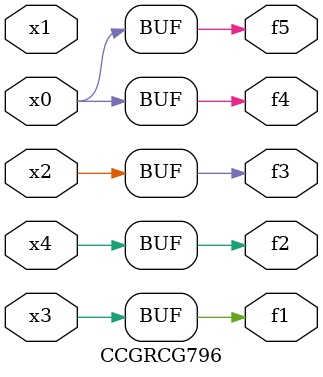
<source format=v>
module CCGRCG796(
	input x0, x1, x2, x3, x4,
	output f1, f2, f3, f4, f5
);
	assign f1 = x3;
	assign f2 = x4;
	assign f3 = x2;
	assign f4 = x0;
	assign f5 = x0;
endmodule

</source>
